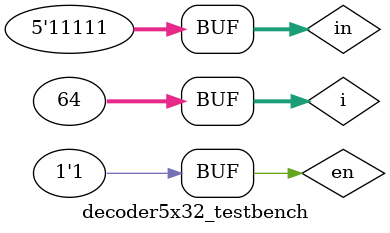
<source format=sv>


`timescale 1ps / 1ps

module decoder5x32 (out, in, en);
  output logic [31:0] out;
  input logic [4:0] in;
  input logic en;

  logic [1:0] tmp;

  decoder1x2  dec0 (.out(tmp),        .in(in[4]),   .en);
  decoder4x16 dec1 (.out(out[31:16]), .in(in[3:0]), .en(tmp[1]));
  decoder4x16 dec2 (.out(out[15:0]),  .in(in[3:0]), .en(tmp[0]));
endmodule

module decoder5x32_testbench ();
  logic [31:0] out;
  logic [4:0] in;
  logic en;

  decoder5x32 dut (.out, .in, .en);
  integer i;
  initial begin
    for (i = 0; i < 64; i++) begin
      {en, in} = i; #10;
    end
  end
endmodule

</source>
